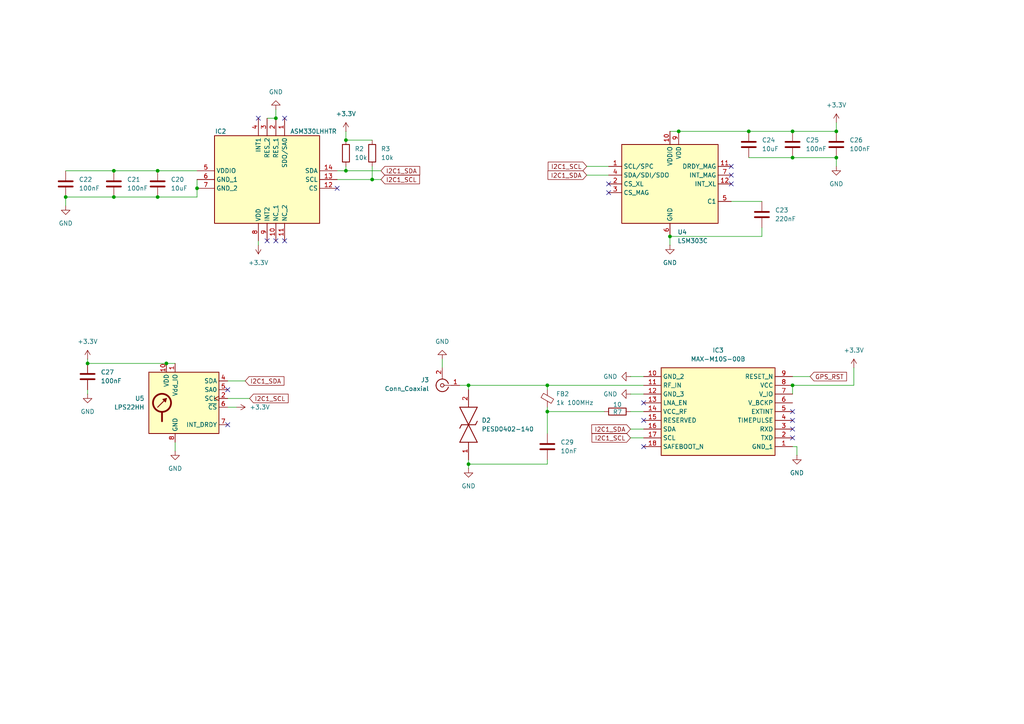
<source format=kicad_sch>
(kicad_sch (version 20231120) (generator "eeschema") (generator_version "8.0")
  (paper "A4")
  (lib_symbols
    (symbol "Connector:Conn_Coaxial" (pin_names (offset 1.016) hide)
      (property "Reference" "J" (at 0.254 3.048 0))
      (property "Value" "Conn_Coaxial" (at 2.921 0 90))
      (symbol "Conn_Coaxial_0_1"
        (arc (start -1.778 -0.508) (mid 0.2311 -1.8066) (end 1.778 0) (stroke (width 0.254)))
        (polyline (pts (xy -2.54 0) (xy -0.508 0)))
        (polyline (pts (xy 0 -2.54) (xy 0 -1.778)))
        (circle (center 0 0) (radius 0.508) (stroke (width 0.2032)))
        (arc (start 1.778 0) (mid 0.2099 1.8101) (end -1.778 0.508) (stroke (width 0.254)))
      )
      (symbol "Conn_Coaxial_1_1"
        (pin passive line (at -5.08 0 0) (length 2.54) (name "In") (number "1"))
        (pin passive line (at 0 -5.08 90) (length 2.54) (name "Ext") (number "2"))
      )
    )
    (symbol "Device:C" (pin_numbers hide) (pin_names (offset 0.254))
      (property "Reference" "C" (at 0.635 2.54 0))
      (property "Value" "C" (at 0.635 -2.54 0))
      (symbol "C_0_1"
        (polyline (pts (xy -2.032 -0.762) (xy 2.032 -0.762)) (stroke (width 0.508)))
        (polyline (pts (xy -2.032 0.762) (xy 2.032 0.762)) (stroke (width 0.508)))
      )
      (symbol "C_1_1"
        (pin passive line (at 0 3.81 270) (length 2.794) (name "~") (number "1"))
        (pin passive line (at 0 -3.81 90) (length 2.794) (name "~") (number "2"))
      )
    )
    (symbol "Device:FerriteBead_Small" (pin_numbers hide) (pin_names (offset 0))
      (property "Reference" "FB" (at 1.905 1.27 0))
      (property "Value" "FerriteBead_Small" (at 1.905 -1.27 0))
      (symbol "FerriteBead_Small_0_1"
        (polyline (pts (xy 0 -1.27) (xy 0 -0.7874)))
        (polyline (pts (xy 0 0.889) (xy 0 1.2954)))
        (polyline (pts (xy -1.8288 0.2794) (xy -1.1176 1.4986) (xy 1.8288 -0.2032) (xy 1.1176 -1.4224) (xy -1.8288 0.2794)))
      )
      (symbol "FerriteBead_Small_1_1"
        (pin passive line (at 0 2.54 270) (length 1.27) (name "~") (number "1"))
        (pin passive line (at 0 -2.54 90) (length 1.27) (name "~") (number "2"))
      )
    )
    (symbol "Device:R" (pin_numbers hide) (pin_names (offset 0))
      (property "Reference" "R" (at 2.032 0 90))
      (property "Value" "R" (at 0 0 90))
      (symbol "R_0_1"
        (rectangle (start -1.016 -2.54) (end 1.016 2.54) (stroke (width 0.254)))
      )
      (symbol "R_1_1"
        (pin passive line (at 0 3.81 270) (length 1.27) (name "~") (number "1"))
        (pin passive line (at 0 -3.81 90) (length 1.27) (name "~") (number "2"))
      )
    )
    (symbol "Sensor_Motion:LSM303C"
      (property "Reference" "U" (at -11.43 15.24 0))
      (property "Value" "LSM303C" (at -5.08 13.97 0))
      (symbol "LSM303C_0_1"
        (rectangle (start 13.97 11.43) (end -13.97 -11.43) (stroke (width 0.254)) (fill (type background)))
      )
      (symbol "LSM303C_1_1"
        (pin input line (at -17.78 5.08 0) (length 3.81) (name "SCL/SPC") (number "1"))
        (pin power_in line (at 0 15.24 270) (length 3.81) (name "VDDIO") (number "10"))
        (pin output line (at 17.78 5.08 180) (length 3.81) (name "DRDY_MAG") (number "11"))
        (pin output line (at 17.78 0 180) (length 3.81) (name "INT_XL") (number "12"))
        (pin input line (at -17.78 0 0) (length 3.81) (name "CS_XL") (number "2"))
        (pin input line (at -17.78 -2.54 0) (length 3.81) (name "CS_MAG") (number "3"))
        (pin bidirectional line (at -17.78 2.54 0) (length 3.81) (name "SDA/SDI/SDO") (number "4"))
        (pin passive line (at 17.78 -5.08 180) (length 3.81) (name "C1") (number "5"))
        (pin power_in line (at 0 -15.24 90) (length 3.81) (name "GND") (number "6"))
        (pin output line (at 17.78 2.54 180) (length 3.81) (name "INT_MAG") (number "7"))
        (pin passive line (at 0 -15.24 90) (length 3.81) hide (name "GND") (number "8"))
        (pin power_in line (at 2.54 15.24 270) (length 3.81) (name "VDD") (number "9"))
      )
    )
    (symbol "Sensor_Pressure:LPS22HH"
      (property "Reference" "U" (at -11.43 1.27 0))
      (property "Value" "LPS22HH" (at -11.43 -1.27 0))
      (symbol "LPS22HH_0_1"
        (rectangle (start -10.16 10.16) (end 10.16 -7.62) (stroke (width 0.254)) (fill (type background)))
        (circle (center -6.35 1.27) (radius 2.6162) (stroke (width 0.508)))
        (polyline (pts (xy -7.62 0) (xy -5.08 2.54)) (stroke (width 0.254)))
        (polyline (pts (xy -6.35 -1.524) (xy -6.35 -4.064)) (stroke (width 0.508)))
        (polyline (pts (xy -5.08 2.54) (xy -5.334 1.524) (xy -6.096 2.286) (xy -5.08 2.54)) (stroke (width 0.254)) (fill (type outline)))
      )
      (symbol "LPS22HH_1_1"
        (pin power_in line (at -2.54 12.7 270) (length 2.54) (name "Vdd_IO") (number "1"))
        (pin power_in line (at -5.08 12.7 270) (length 2.54) (name "VDD") (number "10"))
        (pin input clock (at 12.7 2.54 180) (length 2.54) (name "SCL") (number "2"))
        (pin passive line (at -2.54 -10.16 90) (length 2.54) hide (name "GND") (number "3"))
        (pin bidirectional line (at 12.7 7.62 180) (length 2.54) (name "SDA") (number "4"))
        (pin input line (at 12.7 5.08 180) (length 2.54) (name "SA0") (number "5"))
        (pin input line (at 12.7 0 180) (length 2.54) (name "~{CS}") (number "6"))
        (pin output line (at 12.7 -5.08 180) (length 2.54) (name "INT_DRDY") (number "7"))
        (pin power_in line (at -2.54 -10.16 90) (length 2.54) (name "GND") (number "8"))
        (pin passive line (at -2.54 -10.16 90) (length 2.54) hide (name "GND") (number "9"))
      )
    )
    (symbol "VanguardLib:ASM330LHHTR"
      (property "Reference" "IC" (at 31.75 15.24 0))
      (property "Value" "ASM330LHHTR" (at 31.75 12.7 0))
      (symbol "ASM330LHHTR_1_1"
        (rectangle (start 5.08 10.16) (end 30.48 -20.32) (stroke (width 0.254)) (fill (type background)))
        (pin passive line (at 0 0 0) (length 5.08) (name "SDO/SA0") (number "1"))
        (pin passive line (at 35.56 -2.54 180) (length 5.08) (name "NC_1") (number "10"))
        (pin passive line (at 35.56 0 180) (length 5.08) (name "NC_2") (number "11"))
        (pin passive line (at 20.32 15.24 270) (length 5.08) (name "CS") (number "12"))
        (pin passive line (at 17.78 15.24 270) (length 5.08) (name "SCL") (number "13"))
        (pin passive line (at 15.24 15.24 270) (length 5.08) (name "SDA") (number "14"))
        (pin passive line (at 0 -2.54 0) (length 5.08) (name "RES_1") (number "2"))
        (pin passive line (at 0 -5.08 0) (length 5.08) (name "RES_2") (number "3"))
        (pin passive line (at 0 -7.62 0) (length 5.08) (name "INT1") (number "4"))
        (pin passive line (at 15.24 -25.4 90) (length 5.08) (name "VDDIO") (number "5"))
        (pin passive line (at 17.78 -25.4 90) (length 5.08) (name "GND_1") (number "6"))
        (pin passive line (at 20.32 -25.4 90) (length 5.08) (name "GND_2") (number "7"))
        (pin passive line (at 35.56 -7.62 180) (length 5.08) (name "VDD") (number "8"))
        (pin passive line (at 35.56 -5.08 180) (length 5.08) (name "INT2") (number "9"))
      )
    )
    (symbol "VanguardLib:MAX-M10S-00B"
      (property "Reference" "IC" (at 39.37 7.62 0))
      (property "Value" "MAX-M10S-00B" (at 39.37 5.08 0))
      (symbol "MAX-M10S-00B_1_1"
        (rectangle (start 5.08 2.54) (end 38.1 -22.86) (stroke (width 0.254)) (fill (type background)))
        (pin passive line (at 43.18 -20.32 180) (length 5.08) (name "GND_1") (number "1"))
        (pin passive line (at 0 0 0) (length 5.08) (name "GND_2") (number "10"))
        (pin passive line (at 0 -2.54 0) (length 5.08) (name "RF_IN") (number "11"))
        (pin passive line (at 0 -5.08 0) (length 5.08) (name "GND_3") (number "12"))
        (pin passive line (at 0 -7.62 0) (length 5.08) (name "LNA_EN") (number "13"))
        (pin passive line (at 0 -10.16 0) (length 5.08) (name "VCC_RF") (number "14"))
        (pin passive line (at 0 -12.7 0) (length 5.08) (name "RESERVED") (number "15"))
        (pin passive line (at 0 -15.24 0) (length 5.08) (name "SDA") (number "16"))
        (pin passive line (at 0 -17.78 0) (length 5.08) (name "SCL") (number "17"))
        (pin passive line (at 0 -20.32 0) (length 5.08) (name "SAFEBOOT_N") (number "18"))
        (pin passive line (at 43.18 -17.78 180) (length 5.08) (name "TXD") (number "2"))
        (pin passive line (at 43.18 -15.24 180) (length 5.08) (name "RXD") (number "3"))
        (pin passive line (at 43.18 -12.7 180) (length 5.08) (name "TIMEPULSE") (number "4"))
        (pin passive line (at 43.18 -10.16 180) (length 5.08) (name "EXTINT") (number "5"))
        (pin passive line (at 43.18 -7.62 180) (length 5.08) (name "V_BCKP") (number "6"))
        (pin passive line (at 43.18 -5.08 180) (length 5.08) (name "V_IO") (number "7"))
        (pin passive line (at 43.18 -2.54 180) (length 5.08) (name "VCC") (number "8"))
        (pin passive line (at 43.18 0 180) (length 5.08) (name "RESET_N") (number "9"))
      )
    )
    (symbol "VanguardLib:PESD0402-140" (pin_names hide)
      (property "Reference" "D" (at 12.7 8.89 0))
      (property "Value" "PESD0402-140" (at 12.7 6.35 0))
      (symbol "PESD0402-140_1_1"
        (polyline (pts (xy 5.08 2.54) (xy 5.08 -2.54)) (stroke (width 0.254)))
        (polyline (pts (xy 5.08 2.54) (xy 10.16 0)) (stroke (width 0.254)))
        (polyline (pts (xy 9.144 2.54) (xy 10.16 2.032)) (stroke (width 0.254)))
        (polyline (pts (xy 10.16 -2.032) (xy 10.16 2.032)) (stroke (width 0.254)))
        (polyline (pts (xy 10.16 -2.032) (xy 11.176 -2.54)) (stroke (width 0.254)))
        (polyline (pts (xy 10.16 0) (xy 5.08 -2.54)) (stroke (width 0.254)))
        (polyline (pts (xy 10.16 0) (xy 15.24 -2.54)) (stroke (width 0.254)))
        (polyline (pts (xy 15.24 2.54) (xy 10.16 0)) (stroke (width 0.254)))
        (polyline (pts (xy 15.24 2.54) (xy 15.24 -2.54)) (stroke (width 0.254)))
        (pin passive line (at 0 0 0) (length 5.08) (name "1") (number "1"))
        (pin passive line (at 20.32 0 180) (length 5.08) (name "2") (number "2"))
      )
    )
    (symbol "power:+3.3V" (power) (pin_numbers hide) (pin_names (offset 0) hide)
      (property "Value" "+3.3V" (at 0 3.556 0))
      (symbol "+3.3V_0_1"
        (polyline (pts (xy -0.762 1.27) (xy 0 2.54)))
        (polyline (pts (xy 0 0) (xy 0 2.54)))
        (polyline (pts (xy 0 2.54) (xy 0.762 1.27)))
      )
      (symbol "+3.3V_1_1"
        (pin power_in line (at 0 0 90) (length 0) (name "~") (number "1"))
      )
    )
    (symbol "power:GND" (power) (pin_numbers hide) (pin_names (offset 0) hide)
      (property "Value" "GND" (at 0 -3.81 0))
      (symbol "GND_0_1"
        (polyline (pts (xy 0 0) (xy 0 -1.27) (xy 1.27 -1.27) (xy 0 -2.54) (xy -1.27 -1.27) (xy 0 -1.27)))
      )
      (symbol "GND_1_1"
        (pin power_in line (at 0 0 270) (length 0) (name "~") (number "1"))
      )
    )
  )
  (junction (at 229.87 38.1))
  (junction (at 45.72 57.15))
  (junction (at 57.15 54.61))
  (junction (at 19.05 57.15))
  (junction (at 217.17 38.1))
  (junction (at 135.89 134.62))
  (junction (at 33.02 57.15))
  (junction (at 100.33 49.53))
  (junction (at 229.87 111.76))
  (junction (at 229.87 45.72))
  (junction (at 196.85 38.1))
  (junction (at 158.75 111.76))
  (junction (at 45.72 49.53))
  (junction (at 135.89 111.76))
  (junction (at 194.31 68.58))
  (junction (at 100.33 40.64))
  (junction (at 107.95 52.07))
  (junction (at 25.4 105.41))
  (junction (at 48.26 105.41))
  (junction (at 80.01 34.29))
  (junction (at 242.57 45.72))
  (junction (at 158.75 119.38))
  (junction (at 33.02 49.53))
  (junction (at 242.57 38.1))
  (no_connect (at 82.55 34.29))
  (no_connect (at 229.87 121.92))
  (no_connect (at 97.79 54.61))
  (no_connect (at 82.55 69.85))
  (no_connect (at 186.69 129.54))
  (no_connect (at 212.09 50.8))
  (no_connect (at 212.09 53.34))
  (no_connect (at 229.87 124.46))
  (no_connect (at 229.87 119.38))
  (no_connect (at 176.53 55.88))
  (no_connect (at 186.69 121.92))
  (no_connect (at 229.87 127))
  (no_connect (at 212.09 48.26))
  (no_connect (at 66.04 113.03))
  (no_connect (at 186.69 116.84))
  (no_connect (at 176.53 53.34))
  (no_connect (at 80.01 69.85))
  (no_connect (at 66.04 123.19))
  (no_connect (at 74.93 34.29))
  (no_connect (at 77.47 69.85))
  (wire (pts (xy 242.57 45.72) (xy 242.57 48.26)))
  (wire (pts (xy 48.26 105.41) (xy 50.8 105.41)))
  (wire (pts (xy 220.98 66.04) (xy 220.98 68.58)))
  (wire (pts (xy 19.05 57.15) (xy 33.02 57.15)))
  (wire (pts (xy 25.4 105.41) (xy 48.26 105.41)))
  (wire (pts (xy 194.31 68.58) (xy 194.31 71.12)))
  (wire (pts (xy 77.47 34.29) (xy 80.01 34.29)))
  (wire (pts (xy 71.12 110.49) (xy 66.04 110.49)))
  (wire (pts (xy 182.88 127) (xy 186.69 127)))
  (wire (pts (xy 229.87 45.72) (xy 242.57 45.72)))
  (wire (pts (xy 57.15 54.61) (xy 57.15 57.15)))
  (wire (pts (xy 229.87 129.54) (xy 231.14 129.54)))
  (wire (pts (xy 158.75 118.11) (xy 158.75 119.38)))
  (wire (pts (xy 33.02 57.15) (xy 45.72 57.15)))
  (wire (pts (xy 158.75 119.38) (xy 158.75 125.73)))
  (wire (pts (xy 107.95 52.07) (xy 110.49 52.07)))
  (wire (pts (xy 97.79 52.07) (xy 107.95 52.07)))
  (wire (pts (xy 182.88 119.38) (xy 186.69 119.38)))
  (wire (pts (xy 182.88 109.22) (xy 186.69 109.22)))
  (wire (pts (xy 45.72 49.53) (xy 57.15 49.53)))
  (wire (pts (xy 217.17 45.72) (xy 229.87 45.72)))
  (wire (pts (xy 158.75 111.76) (xy 158.75 113.03)))
  (wire (pts (xy 72.39 115.57) (xy 66.04 115.57)))
  (wire (pts (xy 170.18 48.26) (xy 176.53 48.26)))
  (wire (pts (xy 182.88 124.46) (xy 186.69 124.46)))
  (wire (pts (xy 100.33 49.53) (xy 110.49 49.53)))
  (wire (pts (xy 229.87 109.22) (xy 234.95 109.22)))
  (wire (pts (xy 19.05 59.69) (xy 19.05 57.15)))
  (wire (pts (xy 25.4 104.14) (xy 25.4 105.41)))
  (wire (pts (xy 80.01 31.75) (xy 80.01 34.29)))
  (wire (pts (xy 194.31 38.1) (xy 196.85 38.1)))
  (wire (pts (xy 50.8 128.27) (xy 50.8 130.81)))
  (wire (pts (xy 247.65 106.68) (xy 247.65 111.76)))
  (wire (pts (xy 217.17 38.1) (xy 229.87 38.1)))
  (wire (pts (xy 25.4 113.03) (xy 25.4 114.3)))
  (wire (pts (xy 135.89 111.76) (xy 135.89 113.03)))
  (wire (pts (xy 135.89 134.62) (xy 135.89 135.89)))
  (wire (pts (xy 220.98 68.58) (xy 194.31 68.58)))
  (wire (pts (xy 135.89 133.35) (xy 135.89 134.62)))
  (wire (pts (xy 212.09 58.42) (xy 220.98 58.42)))
  (wire (pts (xy 100.33 48.26) (xy 100.33 49.53)))
  (wire (pts (xy 57.15 52.07) (xy 57.15 54.61)))
  (wire (pts (xy 66.04 118.11) (xy 68.58 118.11)))
  (wire (pts (xy 158.75 111.76) (xy 186.69 111.76)))
  (wire (pts (xy 133.35 111.76) (xy 135.89 111.76)))
  (wire (pts (xy 158.75 133.35) (xy 158.75 134.62)))
  (wire (pts (xy 97.79 49.53) (xy 100.33 49.53)))
  (wire (pts (xy 19.05 49.53) (xy 33.02 49.53)))
  (wire (pts (xy 229.87 38.1) (xy 242.57 38.1)))
  (wire (pts (xy 107.95 48.26) (xy 107.95 52.07)))
  (wire (pts (xy 74.93 69.85) (xy 74.93 71.12)))
  (wire (pts (xy 170.18 50.8) (xy 176.53 50.8)))
  (wire (pts (xy 158.75 134.62) (xy 135.89 134.62)))
  (wire (pts (xy 128.27 104.14) (xy 128.27 106.68)))
  (wire (pts (xy 135.89 111.76) (xy 158.75 111.76)))
  (wire (pts (xy 100.33 40.64) (xy 107.95 40.64)))
  (wire (pts (xy 100.33 38.1) (xy 100.33 40.64)))
  (wire (pts (xy 231.14 129.54) (xy 231.14 132.08)))
  (wire (pts (xy 242.57 35.56) (xy 242.57 38.1)))
  (wire (pts (xy 229.87 111.76) (xy 229.87 114.3)))
  (wire (pts (xy 196.85 38.1) (xy 217.17 38.1)))
  (wire (pts (xy 175.26 119.38) (xy 158.75 119.38)))
  (wire (pts (xy 229.87 111.76) (xy 247.65 111.76)))
  (wire (pts (xy 45.72 57.15) (xy 57.15 57.15)))
  (wire (pts (xy 33.02 49.53) (xy 45.72 49.53)))
  (wire (pts (xy 182.88 114.3) (xy 186.69 114.3)))
  (global_label "I2C1_SDA" (shape input) (at 170.18 50.8 180) (property "Intersheetrefs" "${INTERSHEET_REFS}" (effects (hide yes))))
  (global_label "I2C1_SDA" (shape input) (at 110.49 49.53 0) (property "Intersheetrefs" "${INTERSHEET_REFS}" (effects (hide yes))))
  (global_label "I2C1_SCL" (shape input) (at 72.39 115.57 0) (property "Intersheetrefs" "${INTERSHEET_REFS}" (effects (hide yes))))
  (global_label "I2C1_SCL" (shape input) (at 110.49 52.07 0) (property "Intersheetrefs" "${INTERSHEET_REFS}" (effects (hide yes))))
  (global_label "I2C1_SCL" (shape input) (at 170.18 48.26 180) (property "Intersheetrefs" "${INTERSHEET_REFS}" (effects (hide yes))))
  (global_label "I2C1_SDA" (shape input) (at 182.88 124.46 180) (property "Intersheetrefs" "${INTERSHEET_REFS}" (effects (hide yes))))
  (global_label "I2C1_SDA" (shape input) (at 71.12 110.49 0) (property "Intersheetrefs" "${INTERSHEET_REFS}" (effects (hide yes))))
  (global_label "GPS_RST" (shape input) (at 234.95 109.22 0) (property "Intersheetrefs" "${INTERSHEET_REFS}" (effects (hide yes))))
  (global_label "I2C1_SCL" (shape input) (at 182.88 127 180) (property "Intersheetrefs" "${INTERSHEET_REFS}" (effects (hide yes))))
  (symbol (lib_id "Device:C") (at 33.02 53.34 0) (unit 1)
    (property "Reference" "C21" (at 36.83 52.0699 0) (effects (justify left)))
    (property "Value" "100nF" (at 36.83 54.6099 0) (effects (justify left)))
    (property "Footprint" "Capacitor_SMD:C_0201_0603Metric" (effects (hide yes)))
    (property "Description" "Unpolarized capacitor" (effects (hide yes)))
  )
  (symbol (lib_id "power:+3.3V") (at 25.4 104.14 0) (unit 1)
    (property "Reference" "#PWR037" (effects (hide yes)))
    (property "Value" "+3.3V" (at 25.4 99.06 0))
    (property "Description" "Power symbol creates a global label with name \"+3.3V\"" (effects (hide yes)))
  )
  (symbol (lib_id "power:GND") (at 194.31 71.12 0) (unit 1)
    (property "Reference" "#PWR031" (effects (hide yes)))
    (property "Value" "GND" (at 194.31 76.2 0))
    (property "Description" "Power symbol creates a global label with name \"GND\" , ground" (effects (hide yes)))
  )
  (symbol (lib_id "Device:R") (at 100.33 44.45 0) (unit 1)
    (property "Reference" "R2" (at 102.87 43.1799 0) (effects (justify left)))
    (property "Value" "10k" (at 102.87 45.7199 0) (effects (justify left)))
    (property "Footprint" "Resistor_SMD:R_0201_0603Metric" (effects (hide yes)))
    (property "Description" "Resistor" (effects (hide yes)))
  )
  (symbol (lib_id "Device:FerriteBead_Small") (at 158.75 115.57 0) (unit 1)
    (property "Reference" "FB2" (at 161.29 114.2618 0) (effects (justify left)))
    (property "Value" "1k 100MHz" (at 161.29 116.8018 0) (effects (justify left)))
    (property "Footprint" "Capacitor_SMD:C_0201_0603Metric" (effects (hide yes)))
    (property "Datasheet" "https://www.mouser.com/datasheet/2/281/ENFA0004-1915711.pdf" (effects (hide yes)))
    (property "Description" "Ferrite bead, small symbol" (effects (hide yes)))
  )
  (symbol (lib_id "power:GND") (at 19.05 59.69 0) (unit 1)
    (property "Reference" "#PWR028" (effects (hide yes)))
    (property "Value" "GND" (at 19.05 64.77 0))
    (property "Description" "Power symbol creates a global label with name \"GND\" , ground" (effects (hide yes)))
  )
  (symbol (lib_id "Connector:Conn_Coaxial") (at 128.27 111.76 180) (unit 1)
    (property "Reference" "J3" (at 124.46 110.1967 0) (effects (justify left)))
    (property "Value" "Conn_Coaxial" (at 124.46 112.7367 0) (effects (justify left)))
    (property "Footprint" "Connector_Coaxial:U.FL_Hirose_U.FL-R-SMT-1_Vertical" (effects (hide yes)))
    (property "Description" "coaxial connector (BNC, SMA, SMB, SMC, Cinch/RCA, LEMO, ...)" (effects (hide yes)))
  )
  (symbol (lib_id "Device:R") (at 107.95 44.45 0) (unit 1)
    (property "Reference" "R3" (at 110.49 43.1799 0) (effects (justify left)))
    (property "Value" "10k" (at 110.49 45.7199 0) (effects (justify left)))
    (property "Description" "Resistor" (effects (hide yes)))
  )
  (symbol (lib_id "Device:C") (at 19.05 53.34 0) (unit 1)
    (property "Reference" "C22" (at 22.86 52.0699 0) (effects (justify left)))
    (property "Value" "100nF" (at 22.86 54.6099 0) (effects (justify left)))
    (property "Footprint" "Capacitor_SMD:C_0201_0603Metric" (effects (hide yes)))
    (property "Description" "Unpolarized capacitor" (effects (hide yes)))
  )
  (symbol (lib_id "Sensor_Motion:LSM303C") (at 194.31 53.34 0) (unit 1)
    (property "Reference" "U4" (at 196.5041 67.31 0) (effects (justify left)))
    (property "Value" "LSM303C" (at 196.5041 69.85 0) (effects (justify left)))
    (property "Footprint" "Package_LGA:LGA-12_2x2mm_P0.5mm" (effects (hide yes)))
    (property "Datasheet" "www.st.com/resource/en/datasheet/lsm303c.pdf" (effects (hide yes)))
    (property "Description" "I2C/SPI, 3D Accelerometer and 3D Magnetometer" (effects (hide yes)))
  )
  (symbol (lib_id "power:GND") (at 25.4 114.3 0) (unit 1)
    (property "Reference" "#PWR036" (effects (hide yes)))
    (property "Value" "GND" (at 25.4 119.38 0))
    (property "Description" "Power symbol creates a global label with name \"GND\" , ground" (effects (hide yes)))
  )
  (symbol (lib_id "Device:C") (at 242.57 41.91 0) (unit 1)
    (property "Reference" "C26" (at 246.38 40.6399 0) (effects (justify left)))
    (property "Value" "100nF" (at 246.38 43.1799 0) (effects (justify left)))
    (property "Footprint" "Capacitor_SMD:C_0201_0603Metric" (effects (hide yes)))
    (property "Description" "Unpolarized capacitor" (effects (hide yes)))
  )
  (symbol (lib_id "Device:C") (at 158.75 129.54 0) (unit 1)
    (property "Reference" "C29" (at 162.56 128.2699 0) (effects (justify left)))
    (property "Value" "10nF" (at 162.56 130.8099 0) (effects (justify left)))
    (property "Footprint" "Capacitor_SMD:C_0603_1608Metric" (effects (hide yes)))
    (property "Description" "Unpolarized capacitor" (effects (hide yes)))
  )
  (symbol (lib_id "Device:C") (at 45.72 53.34 0) (unit 1)
    (property "Reference" "C20" (at 49.53 52.0699 0) (effects (justify left)))
    (property "Value" "10uF" (at 49.53 54.6099 0) (effects (justify left)))
    (property "Footprint" "Capacitor_SMD:C_0201_0603Metric" (effects (hide yes)))
    (property "Description" "Unpolarized capacitor" (effects (hide yes)))
  )
  (symbol (lib_id "power:GND") (at 50.8 130.81 0) (unit 1)
    (property "Reference" "#PWR034" (effects (hide yes)))
    (property "Value" "GND" (at 50.8 135.89 0))
    (property "Description" "Power symbol creates a global label with name \"GND\" , ground" (effects (hide yes)))
  )
  (symbol (lib_id "power:GND") (at 182.88 114.3 270) (unit 1)
    (property "Reference" "#PWR046" (effects (hide yes)))
    (property "Value" "GND" (at 179.07 114.2999 90) (effects (justify right)))
    (property "Description" "Power symbol creates a global label with name \"GND\" , ground" (effects (hide yes)))
  )
  (symbol (lib_id "power:+3.3V") (at 247.65 106.68 0) (unit 1)
    (property "Reference" "#PWR042" (effects (hide yes)))
    (property "Value" "+3.3V" (at 247.65 101.6 0))
    (property "Description" "Power symbol creates a global label with name \"+3.3V\"" (effects (hide yes)))
  )
  (symbol (lib_id "power:GND") (at 182.88 109.22 270) (unit 1)
    (property "Reference" "#PWR047" (effects (hide yes)))
    (property "Value" "GND" (at 179.07 109.2199 90) (effects (justify right)))
    (property "Description" "Power symbol creates a global label with name \"GND\" , ground" (effects (hide yes)))
  )
  (symbol (lib_id "VanguardLib:ASM330LHHTR") (at 82.55 34.29 270) (unit 1)
    (property "Reference" "IC2" (at 64.008 38.1 90))
    (property "Value" "ASM330LHHTR" (at 90.932 38.1 90))
    (property "Footprint" "LSM6DS3USTR" (effects (hide yes)))
    (property "Datasheet" "https://www.st.com/resource/en/datasheet/asm330lhh.pdf" (effects (hide yes)))
    (property "Description" "STMICROELECTRONICS - ASM330LHHTR - MEMS MOD, 3-AXIS GYROSCOPE/ACCELEROMETER" (effects (hide yes)))
    (property "Height" "0.86" (effects (hide yes)))
    (property "Manufacturer_Name" "STMicroelectronics" (effects (hide yes)))
    (property "Manufacturer_Part_Number" "ASM330LHHTR" (effects (hide yes)))
    (property "Mouser Part Number" "511-ASM330LHHTR" (effects (hide yes)))
    (property "Mouser Price/Stock" "https://www.mouser.co.uk/ProductDetail/STMicroelectronics/ASM330LHHTR?qs=lc2O%252BfHJPVYgP8P9MzExKQ%3D%3D" (effects (hide yes)))
    (property "Arrow Part Number" "ASM330LHHTR" (effects (hide yes)))
    (property "Arrow Price/Stock" "https://www.arrow.com/en/products/asm330lhhtr/stmicroelectronics?region=europe" (effects (hide yes)))
  )
  (symbol (lib_id "power:GND") (at 135.89 135.89 0) (unit 1)
    (property "Reference" "#PWR045" (effects (hide yes)))
    (property "Value" "GND" (at 135.89 140.97 0))
    (property "Description" "Power symbol creates a global label with name \"GND\" , ground" (effects (hide yes)))
  )
  (symbol (lib_id "Device:R") (at 179.07 119.38 90) (unit 1)
    (property "Reference" "R7" (at 179.0934 119.5129 90))
    (property "Value" "10" (at 179.07 117.348 90))
    (property "Footprint" "Resistor_SMD:R_0201_0603Metric" (effects (hide yes)))
    (property "Description" "Resistor" (effects (hide yes)))
  )
  (symbol (lib_id "Device:C") (at 229.87 41.91 0) (unit 1)
    (property "Reference" "C25" (at 233.68 40.6399 0) (effects (justify left)))
    (property "Value" "100nF" (at 233.68 43.1799 0) (effects (justify left)))
    (property "Footprint" "Capacitor_SMD:C_0201_0603Metric" (effects (hide yes)))
    (property "Description" "Unpolarized capacitor" (effects (hide yes)))
  )
  (symbol (lib_id "Device:C") (at 25.4 109.22 0) (unit 1)
    (property "Reference" "C27" (at 29.21 107.9499 0) (effects (justify left)))
    (property "Value" "100nF" (at 29.21 110.4899 0) (effects (justify left)))
    (property "Footprint" "Capacitor_SMD:C_0201_0603Metric" (effects (hide yes)))
    (property "Description" "Unpolarized capacitor" (effects (hide yes)))
  )
  (symbol (lib_id "power:+3.3V") (at 100.33 38.1 0) (unit 1)
    (property "Reference" "#PWR030" (effects (hide yes)))
    (property "Value" "+3.3V" (at 100.33 33.02 0))
    (property "Description" "Power symbol creates a global label with name \"+3.3V\"" (effects (hide yes)))
  )
  (symbol (lib_id "power:GND") (at 80.01 31.75 180) (unit 1)
    (property "Reference" "#PWR029" (effects (hide yes)))
    (property "Value" "GND" (at 80.01 26.67 0))
    (property "Description" "Power symbol creates a global label with name \"GND\" , ground" (effects (hide yes)))
  )
  (symbol (lib_id "Device:C") (at 220.98 62.23 0) (unit 1)
    (property "Reference" "C23" (at 224.79 60.9599 0) (effects (justify left)))
    (property "Value" "220nF" (at 224.79 63.4999 0) (effects (justify left)))
    (property "Footprint" "Capacitor_SMD:C_0201_0603Metric" (effects (hide yes)))
    (property "Description" "Unpolarized capacitor" (effects (hide yes)))
  )
  (symbol (lib_id "power:GND") (at 242.57 48.26 0) (unit 1)
    (property "Reference" "#PWR032" (effects (hide yes)))
    (property "Value" "GND" (at 242.57 53.34 0))
    (property "Description" "Power symbol creates a global label with name \"GND\" , ground" (effects (hide yes)))
  )
  (symbol (lib_id "power:GND") (at 128.27 104.14 180) (unit 1)
    (property "Reference" "#PWR044" (effects (hide yes)))
    (property "Value" "GND" (at 128.27 99.06 0))
    (property "Description" "Power symbol creates a global label with name \"GND\" , ground" (effects (hide yes)))
  )
  (symbol (lib_id "Device:C") (at 217.17 41.91 0) (unit 1)
    (property "Reference" "C24" (at 220.98 40.6399 0) (effects (justify left)))
    (property "Value" "10uF" (at 220.98 43.1799 0) (effects (justify left)))
    (property "Footprint" "Capacitor_SMD:C_0201_0603Metric" (effects (hide yes)))
    (property "Description" "Unpolarized capacitor" (effects (hide yes)))
  )
  (symbol (lib_id "Sensor_Pressure:LPS22HH") (at 53.34 118.11 0) (unit 1)
    (property "Reference" "U5" (at 41.91 115.5699 0) (effects (justify right)))
    (property "Value" "LPS22HH" (at 41.91 118.1099 0) (effects (justify right)))
    (property "Footprint" "Package_LGA:ST_HLGA-10_2x2mm_P0.5mm_LayoutBorder3x2y" (effects (hide yes)))
    (property "Datasheet" "https://www.st.com/resource/en/datasheet/lps22hh.pdf" (effects (hide yes)))
    (property "Description" "MEMS nano pressure sensor, 260-1260 hPa, absolute digital output baromeeter, 24 bit, SPI, I2C, I3C, 0.65 Pa noise rms, ST_HLGA-10L" (effects (hide yes)))
  )
  (symbol (lib_id "VanguardLib:MAX-M10S-00B") (at 186.69 109.22 0) (unit 1)
    (property "Reference" "IC3" (at 208.28 101.6 0))
    (property "Value" "MAX-M10S-00B" (at 208.28 104.14 0))
    (property "Footprint" "MAXM10S00B" (effects (hide yes)))
    (property "Datasheet" "https://content.u-blox.com/sites/default/files/MAX-M10S_IntegrationManual_UBX-20053088.pdf" (effects (hide yes)))
    (property "Description" "GPS Modules u-blox M10 GNSS LCC module, firmware in ROM, SAW filter, LNA" (effects (hide yes)))
    (property "Height" "2.7" (effects (hide yes)))
    (property "Mouser Part Number" "377-MAX-M10S-00B" (effects (hide yes)))
    (property "Mouser Price/Stock" "https://www.mouser.co.uk/ProductDetail/u-blox/MAX-M10S-00B?qs=A6eO%252BMLsxmT0PfQYPb7LLQ%3D%3D" (effects (hide yes)))
    (property "Manufacturer_Name" "u-blox" (effects (hide yes)))
    (property "Manufacturer_Part_Number" "MAX-M10S-00B" (effects (hide yes)))
  )
  (symbol (lib_id "power:GND") (at 231.14 132.08 0) (unit 1)
    (property "Reference" "#PWR043" (effects (hide yes)))
    (property "Value" "GND" (at 231.14 137.16 0))
    (property "Description" "Power symbol creates a global label with name \"GND\" , ground" (effects (hide yes)))
  )
  (symbol (lib_id "power:+3.3V") (at 74.93 71.12 180) (unit 1)
    (property "Reference" "#PWR027" (effects (hide yes)))
    (property "Value" "+3.3V" (at 74.93 76.2 0))
    (property "Description" "Power symbol creates a global label with name \"+3.3V\"" (effects (hide yes)))
  )
  (symbol (lib_id "power:+3.3V") (at 68.58 118.11 270) (unit 1)
    (property "Reference" "#PWR035" (effects (hide yes)))
    (property "Value" "+3.3V" (at 72.39 118.1099 90) (effects (justify left)))
    (property "Description" "Power symbol creates a global label with name \"+3.3V\"" (effects (hide yes)))
  )
  (symbol (lib_id "VanguardLib:PESD0402-140") (at 135.89 133.35 90) (unit 1)
    (property "Reference" "D2" (at 139.7 121.9199 90) (effects (justify right)))
    (property "Value" "PESD0402-140" (at 139.7 124.4599 90) (effects (justify right)))
    (property "Footprint" "DIONC1005X43N" (effects (hide yes)))
    (property "Datasheet" "https://www.littelfuse.com/~/media/electronics/product_specifications/polymer_esd_suppressors/littelfuse_polymer_esd_suppressor_pesd0402_140_product_specification.pdf.pdf" (effects (hide yes)))
    (property "Description" "LITTELFUSE - PESD0402-140 - ESD SUPPRESSOR, 0402, 14V, 0.25PF" (effects (hide yes)))
    (property "Height" "0.43" (effects (hide yes)))
    (property "Mouser Part Number" "650-PESD0402-140" (effects (hide yes)))
    (property "Mouser Price/Stock" "https://www.mouser.co.uk/ProductDetail/Littelfuse/PESD0402-140?qs=y1EbU1W0OrtTHVfbQV6MTg%3D%3D" (effects (hide yes)))
    (property "Manufacturer_Name" "LITTELFUSE" (effects (hide yes)))
    (property "Manufacturer_Part_Number" "PESD0402-140" (effects (hide yes)))
  )
  (symbol (lib_id "power:+3.3V") (at 242.57 35.56 0) (unit 1)
    (property "Reference" "#PWR033" (effects (hide yes)))
    (property "Value" "+3.3V" (at 242.57 30.48 0))
    (property "Description" "Power symbol creates a global label with name \"+3.3V\"" (effects (hide yes)))
  )
)
</source>
